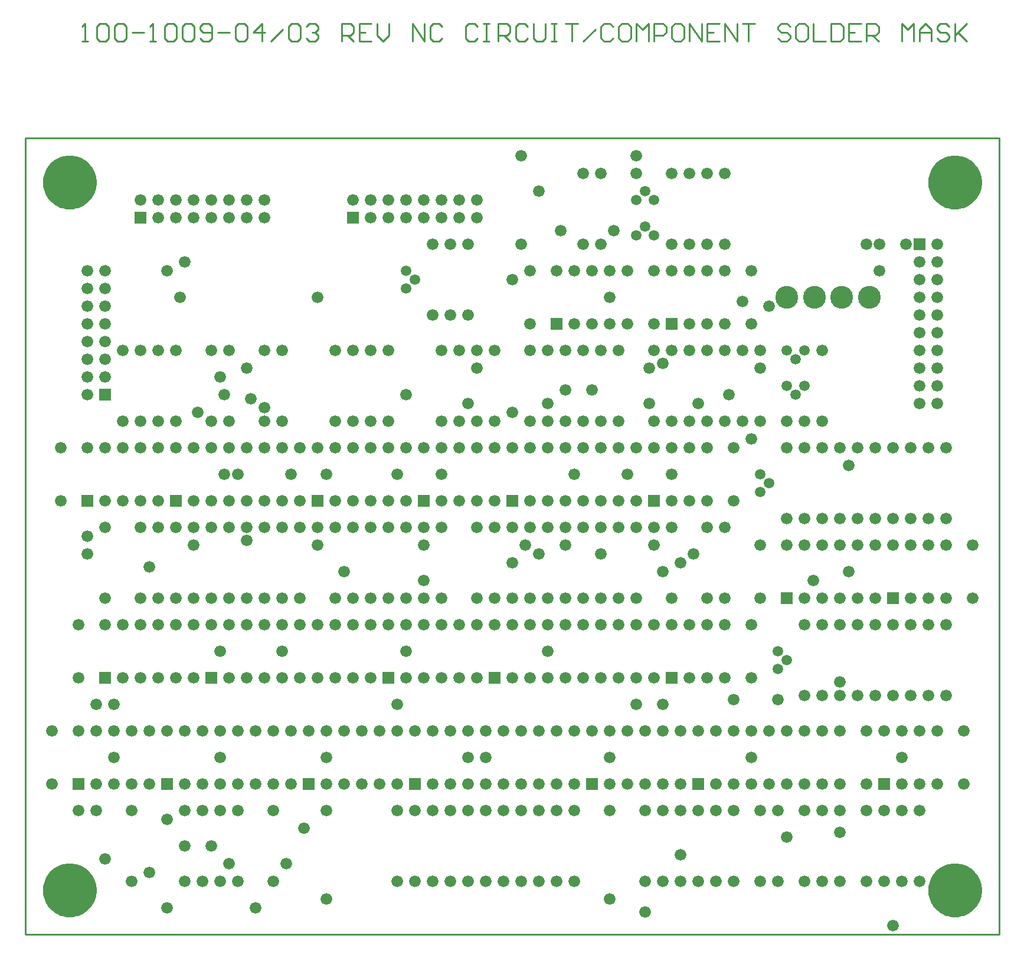
<source format=gbs>
*%FSLAX23Y23*%
*%MOIN*%
G01*
%ADD11C,0.006*%
%ADD12C,0.007*%
%ADD13C,0.008*%
%ADD14C,0.010*%
%ADD15C,0.012*%
%ADD16C,0.020*%
%ADD17C,0.032*%
%ADD18C,0.036*%
%ADD19C,0.050*%
%ADD20C,0.052*%
%ADD21C,0.055*%
%ADD22C,0.056*%
%ADD23C,0.059*%
%ADD24C,0.062*%
%ADD25C,0.066*%
%ADD26C,0.070*%
%ADD27C,0.090*%
%ADD28C,0.125*%
%ADD29C,0.129*%
%ADD30C,0.140*%
%ADD31C,0.160*%
%ADD32C,0.250*%
%ADD33R,0.062X0.062*%
%ADD34R,0.066X0.066*%
D14*
X7139Y10548D02*
X7172D01*
X7156D01*
Y10648D01*
X7157D01*
X7156D02*
X7139Y10631D01*
X7222D02*
X7239Y10648D01*
X7272D01*
X7289Y10631D01*
Y10565D01*
X7272Y10548D01*
X7239D01*
X7222Y10565D01*
Y10631D01*
X7322D02*
X7339Y10648D01*
X7372D01*
X7389Y10631D01*
Y10565D01*
X7372Y10548D01*
X7339D01*
X7322Y10565D01*
Y10631D01*
X7422Y10598D02*
X7489D01*
X7522Y10548D02*
X7556D01*
X7539D01*
Y10648D01*
X7540D01*
X7539D02*
X7522Y10631D01*
X7606D02*
X7622Y10648D01*
X7656D01*
X7672Y10631D01*
Y10565D01*
X7656Y10548D01*
X7622D01*
X7606Y10565D01*
Y10631D01*
X7705D02*
X7722Y10648D01*
X7755D01*
X7772Y10631D01*
Y10565D01*
X7755Y10548D01*
X7722D01*
X7705Y10565D01*
Y10631D01*
X7805Y10565D02*
X7822Y10548D01*
X7855D01*
X7872Y10565D01*
Y10631D01*
X7855Y10648D01*
X7822D01*
X7805Y10631D01*
Y10615D01*
X7822Y10598D01*
X7872D01*
X7905D02*
X7972D01*
X8005Y10631D02*
X8022Y10648D01*
X8055D01*
X8072Y10631D01*
Y10565D01*
X8055Y10548D01*
X8022D01*
X8005Y10565D01*
Y10631D01*
X8155Y10648D02*
Y10548D01*
X8105Y10598D02*
X8155Y10648D01*
X8172Y10598D02*
X8105D01*
X8205Y10548D02*
X8272Y10615D01*
X8305Y10631D02*
X8322Y10648D01*
X8355D01*
X8372Y10631D01*
Y10565D01*
X8355Y10548D01*
X8322D01*
X8305Y10565D01*
Y10631D01*
X8405D02*
X8422Y10648D01*
X8455D01*
X8472Y10631D01*
Y10615D01*
X8473D01*
X8472D02*
X8473D01*
X8472D02*
X8473D01*
X8472D02*
X8455Y10598D01*
X8439D01*
X8455D01*
X8472Y10581D01*
Y10565D01*
X8455Y10548D01*
X8422D01*
X8405Y10565D01*
X8605Y10548D02*
Y10648D01*
X8655D01*
X8672Y10631D01*
Y10598D01*
X8655Y10581D01*
X8605D01*
X8639D02*
X8672Y10548D01*
X8705Y10648D02*
X8772D01*
X8705D02*
Y10548D01*
X8772D01*
X8738Y10598D02*
X8705D01*
X8805Y10581D02*
Y10648D01*
Y10581D02*
X8838Y10548D01*
X8872Y10581D01*
Y10648D01*
X9005D02*
Y10548D01*
X9072D02*
X9005Y10648D01*
X9072D02*
Y10548D01*
X9172Y10631D02*
X9155Y10648D01*
X9122D01*
X9105Y10631D01*
Y10565D01*
X9122Y10548D01*
X9155D01*
X9172Y10565D01*
X9355Y10648D02*
X9372Y10631D01*
X9355Y10648D02*
X9322D01*
X9305Y10631D01*
Y10565D01*
X9322Y10548D01*
X9355D01*
X9372Y10565D01*
X9405Y10648D02*
X9438D01*
X9422D01*
Y10548D01*
X9405D01*
X9438D01*
X9488D02*
Y10648D01*
X9538D01*
X9555Y10631D01*
Y10598D01*
X9538Y10581D01*
X9488D01*
X9522D02*
X9555Y10548D01*
X9655Y10631D02*
X9638Y10648D01*
X9605D01*
X9588Y10631D01*
Y10565D01*
X9605Y10548D01*
X9638D01*
X9655Y10565D01*
X9688D02*
Y10648D01*
Y10565D02*
X9705Y10548D01*
X9738D01*
X9755Y10565D01*
Y10648D01*
X9788D02*
X9821D01*
X9805D01*
Y10548D01*
X9788D01*
X9821D01*
X9871Y10648D02*
X9938D01*
X9905D01*
Y10548D01*
X9971D02*
X10038Y10615D01*
X10121Y10648D02*
X10138Y10631D01*
X10121Y10648D02*
X10088D01*
X10071Y10631D01*
Y10565D01*
X10088Y10548D01*
X10121D01*
X10138Y10565D01*
X10188Y10648D02*
X10221D01*
X10188D02*
X10171Y10631D01*
Y10565D01*
X10188Y10548D01*
X10221D01*
X10238Y10565D01*
Y10631D01*
X10221Y10648D01*
X10271D02*
Y10548D01*
X10305Y10615D02*
X10271Y10648D01*
X10305Y10615D02*
X10338Y10648D01*
Y10548D01*
X10371D02*
Y10648D01*
X10421D01*
X10438Y10631D01*
Y10598D01*
X10421Y10581D01*
X10371D01*
X10488Y10648D02*
X10521D01*
X10488D02*
X10471Y10631D01*
Y10565D01*
X10488Y10548D01*
X10521D01*
X10538Y10565D01*
Y10631D01*
X10521Y10648D01*
X10571D02*
Y10548D01*
X10638D02*
X10571Y10648D01*
X10638D02*
Y10548D01*
X10671Y10648D02*
X10738D01*
X10671D02*
Y10548D01*
X10738D01*
X10705Y10598D02*
X10671D01*
X10771Y10548D02*
Y10648D01*
X10838Y10548D01*
Y10648D01*
X10871D02*
X10938D01*
X10904D01*
Y10548D01*
X11121Y10648D02*
X11138Y10631D01*
X11121Y10648D02*
X11088D01*
X11071Y10631D01*
Y10615D01*
X11088Y10598D01*
X11121D01*
X11138Y10581D01*
Y10565D01*
X11121Y10548D01*
X11088D01*
X11071Y10565D01*
X11188Y10648D02*
X11221D01*
X11188D02*
X11171Y10631D01*
Y10565D01*
X11188Y10548D01*
X11221D01*
X11238Y10565D01*
Y10631D01*
X11221Y10648D01*
X11271D02*
Y10548D01*
X11338D01*
X11371D02*
Y10648D01*
Y10548D02*
X11421D01*
X11438Y10565D01*
Y10631D01*
X11421Y10648D01*
X11371D01*
X11471D02*
X11538D01*
X11471D02*
Y10548D01*
X11538D01*
X11504Y10598D02*
X11471D01*
X11571Y10548D02*
Y10648D01*
X11621D01*
X11638Y10631D01*
Y10598D01*
X11621Y10581D01*
X11571D01*
X11604D02*
X11638Y10548D01*
X11771D02*
Y10648D01*
X11804Y10615D01*
X11837Y10648D01*
Y10548D01*
X11871D02*
Y10615D01*
X11904Y10648D01*
X11937Y10615D01*
Y10548D01*
Y10598D01*
X11871D01*
X12021Y10648D02*
X12037Y10631D01*
X12021Y10648D02*
X11987D01*
X11971Y10631D01*
Y10615D01*
X11987Y10598D01*
X12021D01*
X12037Y10581D01*
Y10565D01*
X12021Y10548D01*
X11987D01*
X11971Y10565D01*
X12071Y10548D02*
Y10648D01*
Y10581D02*
Y10548D01*
Y10581D02*
X12137Y10648D01*
X12087Y10598D01*
X12137Y10548D01*
X12319Y5503D02*
X6819D01*
Y10003D02*
X12319D01*
Y5503D01*
X6819D02*
Y10003D01*
D19*
X11942Y9753D02*
X11943D01*
X11942D02*
X11942Y9743D01*
X11944Y9733D01*
X11946Y9723D01*
X11949Y9713D01*
X11952Y9703D01*
X11957Y9694D01*
X11962Y9685D01*
X11967Y9677D01*
X11974Y9669D01*
X11981Y9661D01*
X11989Y9655D01*
X11997Y9648D01*
X12006Y9643D01*
X12015Y9638D01*
X12024Y9634D01*
X12034Y9631D01*
X12044Y9629D01*
X12054Y9627D01*
X12064Y9626D01*
X12074D01*
X12084Y9627D01*
X12094Y9629D01*
X12104Y9631D01*
X12114Y9634D01*
X12123Y9638D01*
X12132Y9643D01*
X12141Y9648D01*
X12149Y9655D01*
X12157Y9661D01*
X12164Y9669D01*
X12171Y9677D01*
X12176Y9685D01*
X12181Y9694D01*
X12186Y9703D01*
X12189Y9713D01*
X12192Y9723D01*
X12194Y9733D01*
X12196Y9743D01*
X12196Y9753D01*
X12197D01*
X12196D02*
X12196Y9763D01*
X12194Y9773D01*
X12192Y9783D01*
X12189Y9793D01*
X12186Y9803D01*
X12181Y9812D01*
X12176Y9821D01*
X12171Y9829D01*
X12164Y9837D01*
X12157Y9845D01*
X12149Y9851D01*
X12141Y9858D01*
X12132Y9863D01*
X12123Y9868D01*
X12114Y9872D01*
X12104Y9875D01*
X12094Y9877D01*
X12084Y9879D01*
X12074Y9880D01*
X12064D01*
X12054Y9879D01*
X12044Y9877D01*
X12034Y9875D01*
X12024Y9872D01*
X12015Y9868D01*
X12006Y9863D01*
X11997Y9858D01*
X11989Y9851D01*
X11981Y9845D01*
X11974Y9837D01*
X11967Y9829D01*
X11962Y9821D01*
X11957Y9812D01*
X11952Y9803D01*
X11949Y9793D01*
X11946Y9783D01*
X11944Y9773D01*
X11942Y9763D01*
X11942Y9753D01*
X11990D02*
X11991D01*
X11990D02*
X11991Y9744D01*
X11992Y9735D01*
X11995Y9726D01*
X11998Y9718D01*
X12003Y9710D01*
X12008Y9702D01*
X12015Y9696D01*
X12022Y9690D01*
X12030Y9685D01*
X12038Y9680D01*
X12046Y9677D01*
X12055Y9675D01*
X12064Y9674D01*
X12074D01*
X12083Y9675D01*
X12092Y9677D01*
X12100Y9680D01*
X12108Y9685D01*
X12116Y9690D01*
X12123Y9696D01*
X12130Y9702D01*
X12135Y9710D01*
X12140Y9718D01*
X12143Y9726D01*
X12146Y9735D01*
X12147Y9744D01*
X12148Y9753D01*
X12149D01*
X12148D02*
X12147Y9762D01*
X12146Y9771D01*
X12143Y9780D01*
X12140Y9788D01*
X12135Y9796D01*
X12130Y9804D01*
X12123Y9810D01*
X12116Y9816D01*
X12108Y9821D01*
X12100Y9826D01*
X12092Y9829D01*
X12083Y9831D01*
X12074Y9832D01*
X12064D01*
X12055Y9831D01*
X12046Y9829D01*
X12038Y9826D01*
X12030Y9821D01*
X12022Y9816D01*
X12015Y9810D01*
X12008Y9804D01*
X12003Y9796D01*
X11998Y9788D01*
X11995Y9780D01*
X11992Y9771D01*
X11991Y9762D01*
X11990Y9753D01*
X12038D02*
X12039D01*
X12038D02*
X12039Y9747D01*
X12041Y9740D01*
X12044Y9735D01*
X12048Y9730D01*
X12054Y9726D01*
X12059Y9724D01*
X12066Y9722D01*
X12072D01*
X12079Y9724D01*
X12084Y9726D01*
X12090Y9730D01*
X12094Y9735D01*
X12097Y9740D01*
X12099Y9747D01*
X12100Y9753D01*
X12101D01*
X12100D02*
X12099Y9759D01*
X12097Y9766D01*
X12094Y9771D01*
X12090Y9776D01*
X12084Y9780D01*
X12079Y9782D01*
X12072Y9784D01*
X12066D01*
X12059Y9782D01*
X12054Y9780D01*
X12048Y9776D01*
X12044Y9771D01*
X12041Y9766D01*
X12039Y9759D01*
X12038Y9753D01*
X12069D02*
D03*
X11942Y5753D02*
X11943D01*
X11942D02*
X11942Y5743D01*
X11944Y5733D01*
X11946Y5723D01*
X11949Y5713D01*
X11952Y5703D01*
X11957Y5694D01*
X11962Y5685D01*
X11967Y5677D01*
X11974Y5669D01*
X11981Y5661D01*
X11989Y5655D01*
X11997Y5648D01*
X12006Y5643D01*
X12015Y5638D01*
X12024Y5634D01*
X12034Y5631D01*
X12044Y5629D01*
X12054Y5627D01*
X12064Y5626D01*
X12074D01*
X12084Y5627D01*
X12094Y5629D01*
X12104Y5631D01*
X12114Y5634D01*
X12123Y5638D01*
X12132Y5643D01*
X12141Y5648D01*
X12149Y5655D01*
X12157Y5661D01*
X12164Y5669D01*
X12171Y5677D01*
X12176Y5685D01*
X12181Y5694D01*
X12186Y5703D01*
X12189Y5713D01*
X12192Y5723D01*
X12194Y5733D01*
X12196Y5743D01*
X12196Y5753D01*
X12197D01*
X12196D02*
X12196Y5763D01*
X12194Y5773D01*
X12192Y5783D01*
X12189Y5793D01*
X12186Y5803D01*
X12181Y5812D01*
X12176Y5821D01*
X12171Y5829D01*
X12164Y5837D01*
X12157Y5845D01*
X12149Y5851D01*
X12141Y5858D01*
X12132Y5863D01*
X12123Y5868D01*
X12114Y5872D01*
X12104Y5875D01*
X12094Y5877D01*
X12084Y5879D01*
X12074Y5880D01*
X12064D01*
X12054Y5879D01*
X12044Y5877D01*
X12034Y5875D01*
X12024Y5872D01*
X12015Y5868D01*
X12006Y5863D01*
X11997Y5858D01*
X11989Y5851D01*
X11981Y5845D01*
X11974Y5837D01*
X11967Y5829D01*
X11962Y5821D01*
X11957Y5812D01*
X11952Y5803D01*
X11949Y5793D01*
X11946Y5783D01*
X11944Y5773D01*
X11942Y5763D01*
X11942Y5753D01*
X11990D02*
X11991D01*
X11990D02*
X11991Y5744D01*
X11992Y5735D01*
X11995Y5726D01*
X11998Y5718D01*
X12003Y5710D01*
X12008Y5702D01*
X12015Y5696D01*
X12022Y5690D01*
X12030Y5685D01*
X12038Y5680D01*
X12046Y5677D01*
X12055Y5675D01*
X12064Y5674D01*
X12074D01*
X12083Y5675D01*
X12092Y5677D01*
X12100Y5680D01*
X12108Y5685D01*
X12116Y5690D01*
X12123Y5696D01*
X12130Y5702D01*
X12135Y5710D01*
X12140Y5718D01*
X12143Y5726D01*
X12146Y5735D01*
X12147Y5744D01*
X12148Y5753D01*
X12149D01*
X12148D02*
X12147Y5762D01*
X12146Y5771D01*
X12143Y5780D01*
X12140Y5788D01*
X12135Y5796D01*
X12130Y5804D01*
X12123Y5810D01*
X12116Y5816D01*
X12108Y5821D01*
X12100Y5826D01*
X12092Y5829D01*
X12083Y5831D01*
X12074Y5832D01*
X12064D01*
X12055Y5831D01*
X12046Y5829D01*
X12038Y5826D01*
X12030Y5821D01*
X12022Y5816D01*
X12015Y5810D01*
X12008Y5804D01*
X12003Y5796D01*
X11998Y5788D01*
X11995Y5780D01*
X11992Y5771D01*
X11991Y5762D01*
X11990Y5753D01*
X12038D02*
X12039D01*
X12038D02*
X12039Y5747D01*
X12041Y5740D01*
X12044Y5735D01*
X12048Y5730D01*
X12054Y5726D01*
X12059Y5724D01*
X12066Y5722D01*
X12072D01*
X12079Y5724D01*
X12084Y5726D01*
X12090Y5730D01*
X12094Y5735D01*
X12097Y5740D01*
X12099Y5747D01*
X12100Y5753D01*
X12101D01*
X12100D02*
X12099Y5759D01*
X12097Y5766D01*
X12094Y5771D01*
X12090Y5776D01*
X12084Y5780D01*
X12079Y5782D01*
X12072Y5784D01*
X12066D01*
X12059Y5782D01*
X12054Y5780D01*
X12048Y5776D01*
X12044Y5771D01*
X12041Y5766D01*
X12039Y5759D01*
X12038Y5753D01*
X12069D02*
D03*
X6942Y9753D02*
X6943D01*
X6942D02*
X6942Y9743D01*
X6944Y9733D01*
X6946Y9723D01*
X6949Y9713D01*
X6952Y9703D01*
X6957Y9694D01*
X6962Y9685D01*
X6967Y9677D01*
X6974Y9669D01*
X6981Y9661D01*
X6989Y9655D01*
X6997Y9648D01*
X7006Y9643D01*
X7015Y9638D01*
X7024Y9634D01*
X7034Y9631D01*
X7044Y9629D01*
X7054Y9627D01*
X7064Y9626D01*
X7074D01*
X7084Y9627D01*
X7094Y9629D01*
X7104Y9631D01*
X7114Y9634D01*
X7123Y9638D01*
X7132Y9643D01*
X7141Y9648D01*
X7149Y9655D01*
X7157Y9661D01*
X7164Y9669D01*
X7171Y9677D01*
X7176Y9685D01*
X7181Y9694D01*
X7186Y9703D01*
X7189Y9713D01*
X7192Y9723D01*
X7194Y9733D01*
X7196Y9743D01*
X7196Y9753D01*
X7197D01*
X7196D02*
X7196Y9763D01*
X7194Y9773D01*
X7192Y9783D01*
X7189Y9793D01*
X7186Y9803D01*
X7181Y9812D01*
X7176Y9821D01*
X7171Y9829D01*
X7164Y9837D01*
X7157Y9845D01*
X7149Y9851D01*
X7141Y9858D01*
X7132Y9863D01*
X7123Y9868D01*
X7114Y9872D01*
X7104Y9875D01*
X7094Y9877D01*
X7084Y9879D01*
X7074Y9880D01*
X7064D01*
X7054Y9879D01*
X7044Y9877D01*
X7034Y9875D01*
X7024Y9872D01*
X7015Y9868D01*
X7006Y9863D01*
X6997Y9858D01*
X6989Y9851D01*
X6981Y9845D01*
X6974Y9837D01*
X6967Y9829D01*
X6962Y9821D01*
X6957Y9812D01*
X6952Y9803D01*
X6949Y9793D01*
X6946Y9783D01*
X6944Y9773D01*
X6942Y9763D01*
X6942Y9753D01*
X6990D02*
X6991D01*
X6990D02*
X6991Y9744D01*
X6992Y9735D01*
X6995Y9726D01*
X6998Y9718D01*
X7003Y9710D01*
X7008Y9702D01*
X7015Y9696D01*
X7022Y9690D01*
X7030Y9685D01*
X7038Y9680D01*
X7046Y9677D01*
X7055Y9675D01*
X7064Y9674D01*
X7074D01*
X7083Y9675D01*
X7092Y9677D01*
X7100Y9680D01*
X7108Y9685D01*
X7116Y9690D01*
X7123Y9696D01*
X7130Y9702D01*
X7135Y9710D01*
X7140Y9718D01*
X7143Y9726D01*
X7146Y9735D01*
X7147Y9744D01*
X7148Y9753D01*
X7149D01*
X7148D02*
X7147Y9762D01*
X7146Y9771D01*
X7143Y9780D01*
X7140Y9788D01*
X7135Y9796D01*
X7130Y9804D01*
X7123Y9810D01*
X7116Y9816D01*
X7108Y9821D01*
X7100Y9826D01*
X7092Y9829D01*
X7083Y9831D01*
X7074Y9832D01*
X7064D01*
X7055Y9831D01*
X7046Y9829D01*
X7038Y9826D01*
X7030Y9821D01*
X7022Y9816D01*
X7015Y9810D01*
X7008Y9804D01*
X7003Y9796D01*
X6998Y9788D01*
X6995Y9780D01*
X6992Y9771D01*
X6991Y9762D01*
X6990Y9753D01*
X7038D02*
X7039D01*
X7038D02*
X7039Y9747D01*
X7041Y9740D01*
X7044Y9735D01*
X7048Y9730D01*
X7054Y9726D01*
X7059Y9724D01*
X7066Y9722D01*
X7072D01*
X7079Y9724D01*
X7084Y9726D01*
X7090Y9730D01*
X7094Y9735D01*
X7097Y9740D01*
X7099Y9747D01*
X7100Y9753D01*
X7101D01*
X7100D02*
X7099Y9759D01*
X7097Y9766D01*
X7094Y9771D01*
X7090Y9776D01*
X7084Y9780D01*
X7079Y9782D01*
X7072Y9784D01*
X7066D01*
X7059Y9782D01*
X7054Y9780D01*
X7048Y9776D01*
X7044Y9771D01*
X7041Y9766D01*
X7039Y9759D01*
X7038Y9753D01*
X7069D02*
D03*
X6942Y5753D02*
X6943D01*
X6942D02*
X6942Y5743D01*
X6944Y5733D01*
X6946Y5723D01*
X6949Y5713D01*
X6952Y5703D01*
X6957Y5694D01*
X6962Y5685D01*
X6967Y5677D01*
X6974Y5669D01*
X6981Y5661D01*
X6989Y5655D01*
X6997Y5648D01*
X7006Y5643D01*
X7015Y5638D01*
X7024Y5634D01*
X7034Y5631D01*
X7044Y5629D01*
X7054Y5627D01*
X7064Y5626D01*
X7074D01*
X7084Y5627D01*
X7094Y5629D01*
X7104Y5631D01*
X7114Y5634D01*
X7123Y5638D01*
X7132Y5643D01*
X7141Y5648D01*
X7149Y5655D01*
X7157Y5661D01*
X7164Y5669D01*
X7171Y5677D01*
X7176Y5685D01*
X7181Y5694D01*
X7186Y5703D01*
X7189Y5713D01*
X7192Y5723D01*
X7194Y5733D01*
X7196Y5743D01*
X7196Y5753D01*
X7197D01*
X7196D02*
X7196Y5763D01*
X7194Y5773D01*
X7192Y5783D01*
X7189Y5793D01*
X7186Y5803D01*
X7181Y5812D01*
X7176Y5821D01*
X7171Y5829D01*
X7164Y5837D01*
X7157Y5845D01*
X7149Y5851D01*
X7141Y5858D01*
X7132Y5863D01*
X7123Y5868D01*
X7114Y5872D01*
X7104Y5875D01*
X7094Y5877D01*
X7084Y5879D01*
X7074Y5880D01*
X7064D01*
X7054Y5879D01*
X7044Y5877D01*
X7034Y5875D01*
X7024Y5872D01*
X7015Y5868D01*
X7006Y5863D01*
X6997Y5858D01*
X6989Y5851D01*
X6981Y5845D01*
X6974Y5837D01*
X6967Y5829D01*
X6962Y5821D01*
X6957Y5812D01*
X6952Y5803D01*
X6949Y5793D01*
X6946Y5783D01*
X6944Y5773D01*
X6942Y5763D01*
X6942Y5753D01*
X6990D02*
X6991D01*
X6990D02*
X6991Y5744D01*
X6992Y5735D01*
X6995Y5726D01*
X6998Y5718D01*
X7003Y5710D01*
X7008Y5702D01*
X7015Y5696D01*
X7022Y5690D01*
X7030Y5685D01*
X7038Y5680D01*
X7046Y5677D01*
X7055Y5675D01*
X7064Y5674D01*
X7074D01*
X7083Y5675D01*
X7092Y5677D01*
X7100Y5680D01*
X7108Y5685D01*
X7116Y5690D01*
X7123Y5696D01*
X7130Y5702D01*
X7135Y5710D01*
X7140Y5718D01*
X7143Y5726D01*
X7146Y5735D01*
X7147Y5744D01*
X7148Y5753D01*
X7149D01*
X7148D02*
X7147Y5762D01*
X7146Y5771D01*
X7143Y5780D01*
X7140Y5788D01*
X7135Y5796D01*
X7130Y5804D01*
X7123Y5810D01*
X7116Y5816D01*
X7108Y5821D01*
X7100Y5826D01*
X7092Y5829D01*
X7083Y5831D01*
X7074Y5832D01*
X7064D01*
X7055Y5831D01*
X7046Y5829D01*
X7038Y5826D01*
X7030Y5821D01*
X7022Y5816D01*
X7015Y5810D01*
X7008Y5804D01*
X7003Y5796D01*
X6998Y5788D01*
X6995Y5780D01*
X6992Y5771D01*
X6991Y5762D01*
X6990Y5753D01*
X7038D02*
X7039D01*
X7038D02*
X7039Y5747D01*
X7041Y5740D01*
X7044Y5735D01*
X7048Y5730D01*
X7054Y5726D01*
X7059Y5724D01*
X7066Y5722D01*
X7072D01*
X7079Y5724D01*
X7084Y5726D01*
X7090Y5730D01*
X7094Y5735D01*
X7097Y5740D01*
X7099Y5747D01*
X7100Y5753D01*
X7101D01*
X7100D02*
X7099Y5759D01*
X7097Y5766D01*
X7094Y5771D01*
X7090Y5776D01*
X7084Y5780D01*
X7079Y5782D01*
X7072Y5784D01*
X7066D01*
X7059Y5782D01*
X7054Y5780D01*
X7048Y5776D01*
X7044Y5771D01*
X7041Y5766D01*
X7039Y5759D01*
X7038Y5753D01*
X7069D02*
D03*
D23*
X10269Y9453D02*
D03*
X10319Y9503D02*
D03*
X10369Y9453D02*
D03*
X8969Y9153D02*
D03*
X9019Y9203D02*
D03*
X8969Y9253D02*
D03*
X10269Y9653D02*
D03*
X10319Y9703D02*
D03*
X10369Y9653D02*
D03*
X11069Y7103D02*
D03*
X11119Y7053D02*
D03*
X11069Y7003D02*
D03*
X11219Y8603D02*
D03*
X11169Y8553D02*
D03*
X11119Y8603D02*
D03*
X11219Y8803D02*
D03*
X11169Y8753D02*
D03*
X11119Y8803D02*
D03*
X10969Y8103D02*
D03*
X11019Y8053D02*
D03*
X10969Y8003D02*
D03*
D25*
X11719Y5553D02*
D03*
X11769Y6503D02*
D03*
X11794Y9403D02*
D03*
X11569D02*
D03*
X11644Y9253D02*
D03*
Y9403D02*
D03*
X11469Y7553D02*
D03*
X11419Y6078D02*
D03*
Y6928D02*
D03*
X11469Y8153D02*
D03*
X11119Y6053D02*
D03*
X11269Y7503D02*
D03*
X10919Y6503D02*
D03*
X11069Y6828D02*
D03*
X10919Y8303D02*
D03*
X11019Y9053D02*
D03*
X10969Y8703D02*
D03*
X10819Y6828D02*
D03*
X10869Y9078D02*
D03*
X10794Y8553D02*
D03*
X10519Y5953D02*
D03*
Y7603D02*
D03*
X10619Y8503D02*
D03*
X10594Y7653D02*
D03*
X10419Y7553D02*
D03*
Y6803D02*
D03*
X10344Y8703D02*
D03*
X10419Y8728D02*
D03*
X10344Y8503D02*
D03*
X10469Y8103D02*
D03*
X10319Y5628D02*
D03*
X10269Y6803D02*
D03*
X10219Y8103D02*
D03*
X10144Y9478D02*
D03*
X10119Y6503D02*
D03*
X10019Y8578D02*
D03*
X10119Y9103D02*
D03*
X10069Y7653D02*
D03*
X9769Y7103D02*
D03*
X9869Y7703D02*
D03*
X9769Y8503D02*
D03*
X9869Y8578D02*
D03*
X9919Y8103D02*
D03*
X9844Y9478D02*
D03*
X9569Y7603D02*
D03*
X9644Y7703D02*
D03*
X9719Y7653D02*
D03*
X9569Y8453D02*
D03*
Y9203D02*
D03*
X9419Y6503D02*
D03*
X9369Y8703D02*
D03*
X9319Y6503D02*
D03*
Y8503D02*
D03*
X9169Y8103D02*
D03*
X8969Y7103D02*
D03*
Y8553D02*
D03*
X8919Y6803D02*
D03*
Y8103D02*
D03*
X8619Y7553D02*
D03*
X8394Y6103D02*
D03*
X8519Y6503D02*
D03*
Y8103D02*
D03*
X8469Y9103D02*
D03*
X8294Y5903D02*
D03*
X8269Y7103D02*
D03*
X8169Y8478D02*
D03*
X8319Y8103D02*
D03*
X8119Y5653D02*
D03*
X8069Y8703D02*
D03*
X8019Y8103D02*
D03*
X8069Y7728D02*
D03*
X8094Y8528D02*
D03*
X7869Y6003D02*
D03*
X7969Y5903D02*
D03*
X7919Y7103D02*
D03*
Y6503D02*
D03*
X7944Y8103D02*
D03*
X7794Y8453D02*
D03*
X7919Y8653D02*
D03*
X7944Y8553D02*
D03*
X7719Y6003D02*
D03*
X7694Y9103D02*
D03*
X7769Y7703D02*
D03*
X7619Y9253D02*
D03*
X7719Y9303D02*
D03*
X7519Y7578D02*
D03*
X7269Y5928D02*
D03*
X7319Y6503D02*
D03*
X7119Y6953D02*
D03*
Y7253D02*
D03*
X7269D02*
D03*
X7369D02*
D03*
X7469D02*
D03*
X7569D02*
D03*
Y6953D02*
D03*
X7469D02*
D03*
X7369D02*
D03*
X6969Y6353D02*
D03*
Y6653D02*
D03*
X7119D02*
D03*
X7219D02*
D03*
X7319D02*
D03*
X7419D02*
D03*
Y6353D02*
D03*
X7319D02*
D03*
X7219D02*
D03*
Y6203D02*
D03*
X7119D02*
D03*
X7319Y6803D02*
D03*
X7219D02*
D03*
X7269Y7403D02*
D03*
Y7803D02*
D03*
X7169Y8553D02*
D03*
X7269Y8653D02*
D03*
X7169D02*
D03*
X7269Y8753D02*
D03*
X7169D02*
D03*
X7269Y8853D02*
D03*
X7169D02*
D03*
X7269Y8953D02*
D03*
X7169D02*
D03*
X7269Y9053D02*
D03*
X7169D02*
D03*
X7269Y9153D02*
D03*
X7169D02*
D03*
X7269Y9253D02*
D03*
X7169D02*
D03*
X7369Y8403D02*
D03*
Y8803D02*
D03*
X7019Y7953D02*
D03*
Y8253D02*
D03*
X7169Y7653D02*
D03*
Y7753D02*
D03*
Y8253D02*
D03*
X7269D02*
D03*
X7369D02*
D03*
X7469D02*
D03*
Y7953D02*
D03*
X7369D02*
D03*
X7269D02*
D03*
X7519Y5853D02*
D03*
X7619Y6153D02*
D03*
Y5653D02*
D03*
X8219Y5803D02*
D03*
Y6203D02*
D03*
X7919Y5803D02*
D03*
Y6203D02*
D03*
X8919Y5803D02*
D03*
Y6203D02*
D03*
X7419Y5803D02*
D03*
Y6203D02*
D03*
X8869Y7253D02*
D03*
X8969D02*
D03*
X9069D02*
D03*
X9169D02*
D03*
Y6953D02*
D03*
X9069D02*
D03*
X8969D02*
D03*
X8769D02*
D03*
Y7253D02*
D03*
X8669D02*
D03*
Y6953D02*
D03*
X7869Y7253D02*
D03*
X7969D02*
D03*
X8069D02*
D03*
X8169D02*
D03*
X8269D02*
D03*
X8369D02*
D03*
X8469D02*
D03*
X8569D02*
D03*
Y6953D02*
D03*
X8469D02*
D03*
X8369D02*
D03*
X8269D02*
D03*
X8169D02*
D03*
X8069D02*
D03*
X7969D02*
D03*
X7769D02*
D03*
Y7253D02*
D03*
X7669D02*
D03*
Y6953D02*
D03*
X8419Y6653D02*
D03*
X8519D02*
D03*
X8619D02*
D03*
X8719D02*
D03*
Y6353D02*
D03*
X8619D02*
D03*
X8519D02*
D03*
Y5703D02*
D03*
Y6203D02*
D03*
X7519Y6653D02*
D03*
Y6353D02*
D03*
X7619Y6653D02*
D03*
X7719D02*
D03*
X7819D02*
D03*
X7919D02*
D03*
X8019D02*
D03*
X8119D02*
D03*
X8219D02*
D03*
Y6353D02*
D03*
X8119D02*
D03*
X8019D02*
D03*
X7919D02*
D03*
X7819D02*
D03*
X7719D02*
D03*
X8319D02*
D03*
Y6653D02*
D03*
X8919Y6353D02*
D03*
Y6653D02*
D03*
X8819D02*
D03*
Y6353D02*
D03*
X8269Y7403D02*
D03*
Y7803D02*
D03*
X7819Y6203D02*
D03*
Y5803D02*
D03*
X7719Y6203D02*
D03*
Y5803D02*
D03*
X8369Y7403D02*
D03*
Y7803D02*
D03*
X8769Y7403D02*
D03*
Y7803D02*
D03*
X7469Y7403D02*
D03*
Y7803D02*
D03*
X7569Y7403D02*
D03*
Y7803D02*
D03*
X8169Y7403D02*
D03*
Y7803D02*
D03*
X7669Y7403D02*
D03*
Y7803D02*
D03*
X8869Y7403D02*
D03*
Y7803D02*
D03*
X8019Y6203D02*
D03*
Y5803D02*
D03*
X7569Y8253D02*
D03*
Y7953D02*
D03*
X8469Y7703D02*
D03*
Y7803D02*
D03*
X8369Y7953D02*
D03*
Y8253D02*
D03*
X7669D02*
D03*
X7769D02*
D03*
X7869D02*
D03*
X7969D02*
D03*
X8069D02*
D03*
X8169D02*
D03*
X8269D02*
D03*
Y7953D02*
D03*
X8169D02*
D03*
X8069D02*
D03*
X7969D02*
D03*
X7869D02*
D03*
X7769D02*
D03*
X8469Y8253D02*
D03*
X8569D02*
D03*
X8669D02*
D03*
X8769D02*
D03*
Y7953D02*
D03*
X8669D02*
D03*
X8569D02*
D03*
X8869Y8253D02*
D03*
Y7953D02*
D03*
X8669Y8803D02*
D03*
Y8403D02*
D03*
X8769Y8803D02*
D03*
Y8403D02*
D03*
X8869Y8803D02*
D03*
Y8403D02*
D03*
X8569Y8803D02*
D03*
Y8403D02*
D03*
X8069Y7803D02*
D03*
Y7403D02*
D03*
X7869Y8803D02*
D03*
Y8403D02*
D03*
X7769Y7803D02*
D03*
Y7403D02*
D03*
X8569Y7803D02*
D03*
Y7403D02*
D03*
X8669Y7803D02*
D03*
Y7403D02*
D03*
X7869Y7803D02*
D03*
Y7403D02*
D03*
X7969Y7803D02*
D03*
Y7403D02*
D03*
X8269Y8403D02*
D03*
Y8803D02*
D03*
X7969Y8403D02*
D03*
Y8803D02*
D03*
X7669D02*
D03*
Y8403D02*
D03*
X7569Y8803D02*
D03*
Y8403D02*
D03*
X7469Y8803D02*
D03*
Y8403D02*
D03*
X8169Y8803D02*
D03*
Y8403D02*
D03*
X8669Y9653D02*
D03*
X8769Y9553D02*
D03*
Y9653D02*
D03*
X8869Y9553D02*
D03*
Y9653D02*
D03*
X8969Y9553D02*
D03*
Y9653D02*
D03*
X9069Y9553D02*
D03*
Y9653D02*
D03*
X9169Y9553D02*
D03*
Y9653D02*
D03*
X9269Y9553D02*
D03*
Y9653D02*
D03*
X9369Y9553D02*
D03*
Y9653D02*
D03*
X7469D02*
D03*
X7569Y9553D02*
D03*
Y9653D02*
D03*
X7669Y9553D02*
D03*
Y9653D02*
D03*
X7769Y9553D02*
D03*
Y9653D02*
D03*
X7869Y9553D02*
D03*
Y9653D02*
D03*
X7969Y9553D02*
D03*
Y9653D02*
D03*
X8069Y9553D02*
D03*
Y9653D02*
D03*
X8169Y9553D02*
D03*
Y9653D02*
D03*
X9119Y5803D02*
D03*
Y6203D02*
D03*
X9719Y5803D02*
D03*
Y6203D02*
D03*
X9519Y5803D02*
D03*
Y6203D02*
D03*
X10469Y7253D02*
D03*
X10569D02*
D03*
X10669D02*
D03*
X10769D02*
D03*
Y6953D02*
D03*
X10669D02*
D03*
X10569D02*
D03*
X10369D02*
D03*
Y7253D02*
D03*
X9269D02*
D03*
Y6953D02*
D03*
X9369D02*
D03*
Y7253D02*
D03*
X9469D02*
D03*
X9569D02*
D03*
X9669D02*
D03*
X9769D02*
D03*
X9869D02*
D03*
X9969D02*
D03*
X10069D02*
D03*
X10169D02*
D03*
Y6953D02*
D03*
X10069D02*
D03*
X9969D02*
D03*
X9869D02*
D03*
X9769D02*
D03*
X9669D02*
D03*
X9569D02*
D03*
X10269Y7253D02*
D03*
Y6953D02*
D03*
X10119Y5703D02*
D03*
Y6203D02*
D03*
X10019Y6653D02*
D03*
X10119D02*
D03*
X10219D02*
D03*
X10319D02*
D03*
Y6353D02*
D03*
X10219D02*
D03*
X10119D02*
D03*
X9919D02*
D03*
Y6653D02*
D03*
X9819D02*
D03*
Y6353D02*
D03*
X10419Y6653D02*
D03*
Y6353D02*
D03*
X9019Y6653D02*
D03*
X9119D02*
D03*
X9219D02*
D03*
X9319D02*
D03*
X9419D02*
D03*
X9519D02*
D03*
X9619D02*
D03*
X9719D02*
D03*
Y6353D02*
D03*
X9619D02*
D03*
X9519D02*
D03*
X9419D02*
D03*
X9319D02*
D03*
X9219D02*
D03*
X9119D02*
D03*
X9069Y7503D02*
D03*
Y7403D02*
D03*
X9219Y6203D02*
D03*
Y5803D02*
D03*
X9019Y6203D02*
D03*
Y5803D02*
D03*
X9319Y6203D02*
D03*
Y5803D02*
D03*
X9819Y6203D02*
D03*
Y5803D02*
D03*
X9619Y6203D02*
D03*
Y5803D02*
D03*
X9419Y6203D02*
D03*
Y5803D02*
D03*
X9169Y7403D02*
D03*
Y7803D02*
D03*
X10469Y7403D02*
D03*
Y7803D02*
D03*
X10269Y7403D02*
D03*
Y7803D02*
D03*
X9969Y7403D02*
D03*
Y7803D02*
D03*
X9769Y7403D02*
D03*
Y7803D02*
D03*
X9369Y7403D02*
D03*
Y7803D02*
D03*
X8969Y7403D02*
D03*
Y7803D02*
D03*
X10319Y6203D02*
D03*
Y5803D02*
D03*
X10419Y6203D02*
D03*
Y5803D02*
D03*
X9919Y6203D02*
D03*
Y5803D02*
D03*
X10219Y9253D02*
D03*
Y8953D02*
D03*
X9819Y9253D02*
D03*
X9919D02*
D03*
X10019D02*
D03*
X10119D02*
D03*
Y8953D02*
D03*
X10019D02*
D03*
X9919D02*
D03*
X10469Y9253D02*
D03*
X10569D02*
D03*
X10669D02*
D03*
X10769D02*
D03*
Y8953D02*
D03*
X10669D02*
D03*
X10569D02*
D03*
X9069Y7703D02*
D03*
Y7803D02*
D03*
X8969Y7953D02*
D03*
Y8253D02*
D03*
X9069D02*
D03*
X9169D02*
D03*
X9269D02*
D03*
X9369D02*
D03*
Y7953D02*
D03*
X9269D02*
D03*
X9169D02*
D03*
X9469Y8253D02*
D03*
Y7953D02*
D03*
X9569Y8253D02*
D03*
X9669D02*
D03*
X9769D02*
D03*
X9869D02*
D03*
X9969D02*
D03*
X10069D02*
D03*
X10169D02*
D03*
Y7953D02*
D03*
X10069D02*
D03*
X9969D02*
D03*
X9869D02*
D03*
X9769D02*
D03*
X9669D02*
D03*
X10369Y8253D02*
D03*
X10469D02*
D03*
X10569D02*
D03*
X10669D02*
D03*
Y7953D02*
D03*
X10569D02*
D03*
X10469D02*
D03*
X10269D02*
D03*
Y8253D02*
D03*
X10369Y7703D02*
D03*
Y7803D02*
D03*
X9269Y8803D02*
D03*
Y8403D02*
D03*
X9369Y8803D02*
D03*
Y8403D02*
D03*
X9469Y8803D02*
D03*
Y8403D02*
D03*
X9169Y8803D02*
D03*
Y8403D02*
D03*
X9769Y8803D02*
D03*
Y8403D02*
D03*
X9669D02*
D03*
Y8803D02*
D03*
Y7803D02*
D03*
Y7403D02*
D03*
X10469Y8803D02*
D03*
Y8403D02*
D03*
X10069Y8803D02*
D03*
Y8403D02*
D03*
X10169D02*
D03*
Y8803D02*
D03*
Y7803D02*
D03*
Y7403D02*
D03*
X10069Y7803D02*
D03*
Y7403D02*
D03*
X9869Y7803D02*
D03*
Y7403D02*
D03*
X9469Y7803D02*
D03*
Y7403D02*
D03*
X9569Y7803D02*
D03*
Y7403D02*
D03*
X9869Y8403D02*
D03*
Y8803D02*
D03*
X9969Y8403D02*
D03*
Y8803D02*
D03*
X10369D02*
D03*
Y8403D02*
D03*
X9119Y9003D02*
D03*
Y9403D02*
D03*
X9669Y8953D02*
D03*
Y9253D02*
D03*
X10269Y9903D02*
D03*
Y9803D02*
D03*
X9719Y9703D02*
D03*
X9619Y9403D02*
D03*
Y9903D02*
D03*
X10369Y8953D02*
D03*
Y9253D02*
D03*
X10069Y9803D02*
D03*
Y9403D02*
D03*
X9969D02*
D03*
Y9803D02*
D03*
X10469Y9403D02*
D03*
Y9803D02*
D03*
X9219Y9403D02*
D03*
Y9003D02*
D03*
X9319Y9403D02*
D03*
Y9003D02*
D03*
X11069Y5803D02*
D03*
Y6203D02*
D03*
X10969Y5803D02*
D03*
Y6203D02*
D03*
X11569Y5803D02*
D03*
Y6203D02*
D03*
X10719Y5803D02*
D03*
Y6203D02*
D03*
X11419Y5803D02*
D03*
Y6203D02*
D03*
X10919Y7253D02*
D03*
Y6953D02*
D03*
X11319Y7253D02*
D03*
Y6853D02*
D03*
X11419Y7253D02*
D03*
Y6853D02*
D03*
X11569Y6353D02*
D03*
Y6653D02*
D03*
X11669D02*
D03*
X11769D02*
D03*
X11869D02*
D03*
X11969D02*
D03*
Y6353D02*
D03*
X11869D02*
D03*
X11769D02*
D03*
X10519D02*
D03*
Y6653D02*
D03*
X11419D02*
D03*
Y6353D02*
D03*
X10619Y6653D02*
D03*
X10719D02*
D03*
X10819D02*
D03*
X10919D02*
D03*
X11019D02*
D03*
X11119D02*
D03*
X11219D02*
D03*
X11319D02*
D03*
Y6353D02*
D03*
X11219D02*
D03*
X11119D02*
D03*
X11019D02*
D03*
X10919D02*
D03*
X10819D02*
D03*
X10719D02*
D03*
X11119Y7703D02*
D03*
X11219D02*
D03*
X11319D02*
D03*
X11419D02*
D03*
Y7403D02*
D03*
X11319D02*
D03*
X11219D02*
D03*
X11519Y7703D02*
D03*
Y7403D02*
D03*
X11719Y7703D02*
D03*
X11819D02*
D03*
X11919D02*
D03*
X12019D02*
D03*
Y7403D02*
D03*
X11919D02*
D03*
X11819D02*
D03*
X11719Y6853D02*
D03*
Y7253D02*
D03*
X11769Y6203D02*
D03*
Y5803D02*
D03*
X11669Y6203D02*
D03*
Y5803D02*
D03*
X10519Y6203D02*
D03*
Y5803D02*
D03*
X10619Y6203D02*
D03*
Y5803D02*
D03*
X10819Y6203D02*
D03*
Y5803D02*
D03*
X11219Y6203D02*
D03*
Y5803D02*
D03*
X11319Y6203D02*
D03*
Y5803D02*
D03*
X10769Y7403D02*
D03*
Y7803D02*
D03*
X11619Y6853D02*
D03*
Y7253D02*
D03*
X11519D02*
D03*
Y6853D02*
D03*
X11219Y7253D02*
D03*
Y6853D02*
D03*
X11869Y6203D02*
D03*
Y5803D02*
D03*
X12019Y6853D02*
D03*
Y7253D02*
D03*
X11819Y6853D02*
D03*
Y7253D02*
D03*
X11919Y6853D02*
D03*
Y7253D02*
D03*
X10669Y7403D02*
D03*
Y7803D02*
D03*
X10819Y8253D02*
D03*
Y7953D02*
D03*
X10919Y9253D02*
D03*
Y8953D02*
D03*
X10969Y7403D02*
D03*
Y7703D02*
D03*
X11619Y7403D02*
D03*
Y7703D02*
D03*
X11819Y8253D02*
D03*
Y7853D02*
D03*
X11219D02*
D03*
Y8253D02*
D03*
X11119D02*
D03*
Y7853D02*
D03*
X11419D02*
D03*
Y8253D02*
D03*
X11319D02*
D03*
Y7853D02*
D03*
X10669Y8803D02*
D03*
Y8403D02*
D03*
X10869D02*
D03*
Y8803D02*
D03*
X10969D02*
D03*
Y8403D02*
D03*
X11319Y8803D02*
D03*
Y8403D02*
D03*
X11519Y8253D02*
D03*
Y7853D02*
D03*
X12019Y8253D02*
D03*
Y7853D02*
D03*
X11919Y8253D02*
D03*
Y7853D02*
D03*
X11719Y8253D02*
D03*
Y7853D02*
D03*
X11619Y8253D02*
D03*
Y7853D02*
D03*
X10769Y8803D02*
D03*
Y8403D02*
D03*
X10569Y8803D02*
D03*
Y8403D02*
D03*
X11219D02*
D03*
X11119D02*
D03*
X10669Y9803D02*
D03*
Y9403D02*
D03*
X10769Y9803D02*
D03*
Y9403D02*
D03*
X10569D02*
D03*
Y9803D02*
D03*
X11969Y9403D02*
D03*
X11869Y9303D02*
D03*
X11969D02*
D03*
X11869Y9203D02*
D03*
X11969D02*
D03*
X11869Y9103D02*
D03*
X11969D02*
D03*
X11869Y9003D02*
D03*
X11969D02*
D03*
X11869Y8903D02*
D03*
X11969D02*
D03*
X11869Y8803D02*
D03*
X11969D02*
D03*
X11869Y8703D02*
D03*
X11969D02*
D03*
X11869Y8603D02*
D03*
X11969D02*
D03*
X11869Y8503D02*
D03*
X11969D02*
D03*
X12169Y7703D02*
D03*
Y7403D02*
D03*
X12119Y6653D02*
D03*
Y6353D02*
D03*
D29*
X11119Y9103D02*
D03*
X11587D02*
D03*
X11431D02*
D03*
X11275D02*
D03*
D34*
X7269Y6953D02*
D03*
X7119Y6353D02*
D03*
X7269Y8553D02*
D03*
X7169Y7953D02*
D03*
X8869Y6953D02*
D03*
X7869D02*
D03*
X8419Y6353D02*
D03*
X7619D02*
D03*
X7669Y7953D02*
D03*
X8469D02*
D03*
X8669Y9553D02*
D03*
X7469D02*
D03*
X10469Y6953D02*
D03*
X9469D02*
D03*
X10019Y6353D02*
D03*
X9019D02*
D03*
X9819Y8953D02*
D03*
X10469D02*
D03*
X9069Y7953D02*
D03*
X9569D02*
D03*
X10369D02*
D03*
X11669Y6353D02*
D03*
X10619D02*
D03*
X11119Y7403D02*
D03*
X11719D02*
D03*
X11869Y9403D02*
D03*
M02*

</source>
